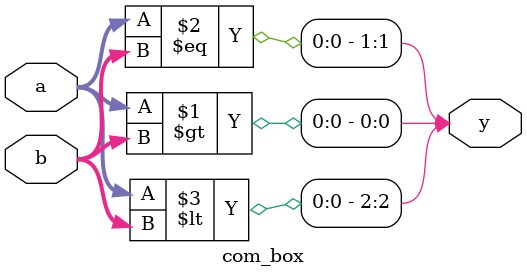
<source format=v>
`timescale 1ns / 1ps


module comparator(input [3:0] a,b, output [2:0] y);
com_box input_combo1(.a(a),.b(b),.y(y));
endmodule

module com_box(input [3:0] a,b, output [2:0] y);
assign y[0] = a>b;
assign y[1] = a==b;
assign y[2] = a<b;
endmodule


</source>
